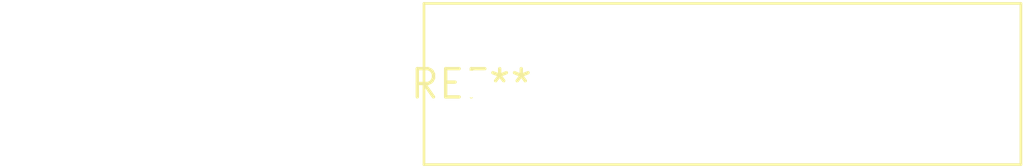
<source format=kicad_pcb>
(kicad_pcb (version 20240108) (generator pcbnew)
  (layers (0 "F.Cu" signal) (31 "B.Cu" signal) (34 "B.Paste" user) (35 "F.Paste" user) (36 "B.SilkS" user "B.Silkscreen") (37 "F.SilkS" user "F.Silkscreen") (38 "B.Mask" user) (39 "F.Mask" user) (44 "Edge.Cuts" user))
  (net 0 "")
  (footprint "C_Rect_L26.5mm_W7.0mm_P22.50mm_MKS4" (layer "F.Cu") (at 0 0)
    (property "Reference" "REF**")
    (property "Value" "C_Rect_L26.5mm_W7.0mm_P22.50mm_MKS4")
    (fp_line (start -2.12 -3.62) (end -2.12 3.62) (layer "F.SilkS") (stroke (width 0.12)))
    (fp_line (start -2.12 -3.62) (end 24.62 -3.62) (layer "F.SilkS") (stroke (width 0.12)))
    (fp_line (start -2.12 3.62) (end 24.62 3.62) (layer "F.SilkS") (stroke (width 0.12)))
    (fp_line (start 24.62 -3.62) (end 24.62 3.62) (layer "F.SilkS") (stroke (width 0.12)))
    (pad "1" thru_hole circle (at 0 0) (size 2.4 2.4) (drill 1.2) (layers *.Cu *.Mask) (remove_unused_layers))
    (pad "2" thru_hole circle (at 22.5 0) (size 2.4 2.4) (drill 1.2) (layers *.Cu *.Mask) (remove_unused_layers))
  )
)
</source>
